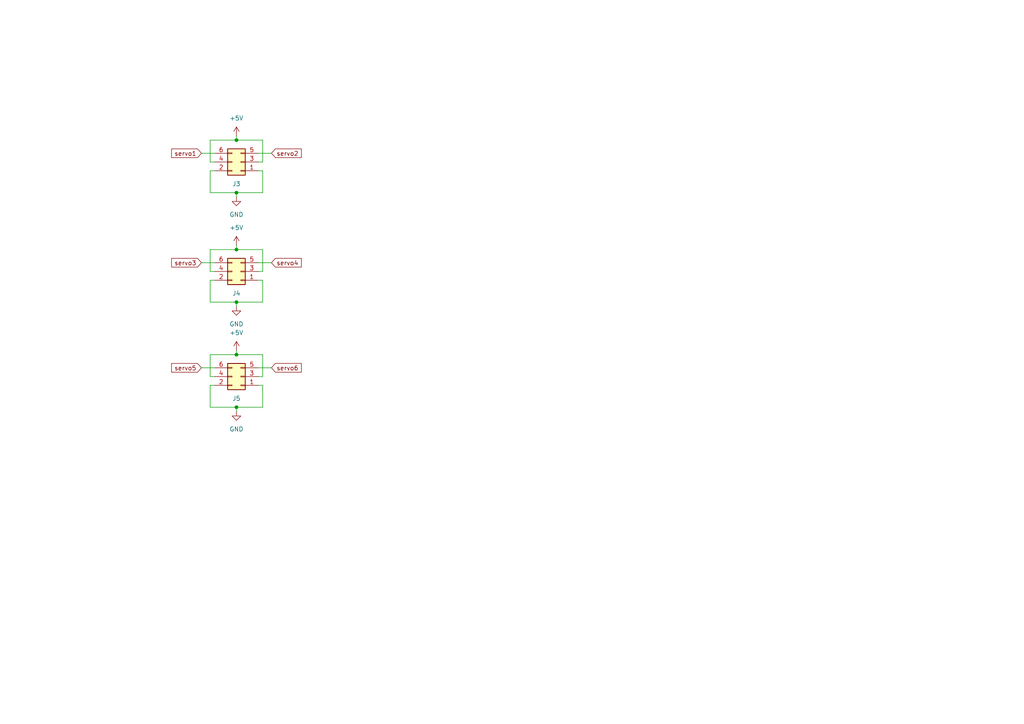
<source format=kicad_sch>
(kicad_sch (version 20211123) (generator eeschema)
  (paper "A4")
  (lib_symbols
    (symbol "Connector_Generic:Conn_02x03_Odd_Even" (pin_names (offset 1.016) hide)
      (property "Reference" "J" (at 1.27 5.08 0))
      (property "Value" "Conn_02x03_Odd_Even" (at 1.27 -5.08 0))
      (symbol "Conn_02x03_Odd_Even_1_1"
        (rectangle (start -1.27 -2.413) (end 0 -2.667) (stroke (width 0.1524)))
        (rectangle (start -1.27 0.127) (end 0 -0.127) (stroke (width 0.1524)))
        (rectangle (start -1.27 2.667) (end 0 2.413) (stroke (width 0.1524)))
        (rectangle (start -1.27 3.81) (end 3.81 -3.81) (stroke (width 0.254)) (fill (type background)))
        (rectangle (start 3.81 -2.413) (end 2.54 -2.667) (stroke (width 0.1524)))
        (rectangle (start 3.81 0.127) (end 2.54 -0.127) (stroke (width 0.1524)))
        (rectangle (start 3.81 2.667) (end 2.54 2.413) (stroke (width 0.1524)))
        (pin passive line (at -5.08 2.54 0) (length 3.81) (name "Pin_1") (number "1"))
        (pin passive line (at 7.62 2.54 180) (length 3.81) (name "Pin_2") (number "2"))
        (pin passive line (at -5.08 0 0) (length 3.81) (name "Pin_3") (number "3"))
        (pin passive line (at 7.62 0 180) (length 3.81) (name "Pin_4") (number "4"))
        (pin passive line (at -5.08 -2.54 0) (length 3.81) (name "Pin_5") (number "5"))
        (pin passive line (at 7.62 -2.54 180) (length 3.81) (name "Pin_6") (number "6"))
      )
    )
    (symbol "power:+5V" (power) (pin_names (offset 0))
      (property "Value" "+5V" (at 0 3.556 0))
      (symbol "+5V_0_1"
        (polyline (pts (xy -0.762 1.27) (xy 0 2.54)))
        (polyline (pts (xy 0 0) (xy 0 2.54)))
        (polyline (pts (xy 0 2.54) (xy 0.762 1.27)))
      )
      (symbol "+5V_1_1"
        (pin power_in line (at 0 0 90) (length 0) hide (name "+5V") (number "1"))
      )
    )
    (symbol "power:GND" (power) (pin_names (offset 0))
      (property "Value" "GND" (at 0 -3.81 0))
      (symbol "GND_0_1"
        (polyline (pts (xy 0 0) (xy 0 -1.27) (xy 1.27 -1.27) (xy 0 -2.54) (xy -1.27 -1.27) (xy 0 -1.27)))
      )
      (symbol "GND_1_1"
        (pin power_in line (at 0 0 270) (length 0) hide (name "GND") (number "1"))
      )
    )
  )
  (junction (at 68.58 55.88))
  (junction (at 68.58 72.39))
  (junction (at 68.58 40.64))
  (junction (at 68.58 102.87))
  (junction (at 68.58 118.11))
  (junction (at 68.58 87.63))
  (wire (pts (xy 68.58 87.63) (xy 60.96 87.63)))
  (wire (pts (xy 76.2 87.63) (xy 68.58 87.63)))
  (wire (pts (xy 76.2 81.28) (xy 76.2 87.63)))
  (wire (pts (xy 76.2 78.74) (xy 74.93 78.74)))
  (wire (pts (xy 68.58 88.9) (xy 68.58 87.63)))
  (wire (pts (xy 60.96 111.76) (xy 62.23 111.76)))
  (wire (pts (xy 78.74 76.2) (xy 74.93 76.2)))
  (wire (pts (xy 74.93 81.28) (xy 76.2 81.28)))
  (wire (pts (xy 58.42 44.45) (xy 62.23 44.45)))
  (wire (pts (xy 60.96 49.53) (xy 62.23 49.53)))
  (wire (pts (xy 76.2 109.22) (xy 74.93 109.22)))
  (wire (pts (xy 68.58 55.88) (xy 60.96 55.88)))
  (wire (pts (xy 62.23 46.99) (xy 60.96 46.99)))
  (wire (pts (xy 68.58 118.11) (xy 60.96 118.11)))
  (wire (pts (xy 76.2 55.88) (xy 68.58 55.88)))
  (wire (pts (xy 60.96 46.99) (xy 60.96 40.64)))
  (wire (pts (xy 68.58 119.38) (xy 68.58 118.11)))
  (wire (pts (xy 60.96 40.64) (xy 68.58 40.64)))
  (wire (pts (xy 76.2 46.99) (xy 74.93 46.99)))
  (wire (pts (xy 60.96 55.88) (xy 60.96 49.53)))
  (wire (pts (xy 60.96 87.63) (xy 60.96 81.28)))
  (wire (pts (xy 60.96 78.74) (xy 60.96 72.39)))
  (wire (pts (xy 76.2 72.39) (xy 76.2 78.74)))
  (wire (pts (xy 76.2 118.11) (xy 68.58 118.11)))
  (wire (pts (xy 60.96 81.28) (xy 62.23 81.28)))
  (wire (pts (xy 58.42 76.2) (xy 62.23 76.2)))
  (wire (pts (xy 76.2 111.76) (xy 76.2 118.11)))
  (wire (pts (xy 68.58 40.64) (xy 68.58 39.37)))
  (wire (pts (xy 68.58 72.39) (xy 68.58 71.12)))
  (wire (pts (xy 76.2 102.87) (xy 76.2 109.22)))
  (wire (pts (xy 74.93 111.76) (xy 76.2 111.76)))
  (wire (pts (xy 68.58 72.39) (xy 76.2 72.39)))
  (wire (pts (xy 60.96 72.39) (xy 68.58 72.39)))
  (wire (pts (xy 62.23 109.22) (xy 60.96 109.22)))
  (wire (pts (xy 68.58 102.87) (xy 68.58 101.6)))
  (wire (pts (xy 78.74 44.45) (xy 74.93 44.45)))
  (wire (pts (xy 62.23 78.74) (xy 60.96 78.74)))
  (wire (pts (xy 68.58 102.87) (xy 76.2 102.87)))
  (wire (pts (xy 60.96 109.22) (xy 60.96 102.87)))
  (wire (pts (xy 68.58 57.15) (xy 68.58 55.88)))
  (wire (pts (xy 76.2 49.53) (xy 76.2 55.88)))
  (wire (pts (xy 76.2 40.64) (xy 76.2 46.99)))
  (wire (pts (xy 60.96 102.87) (xy 68.58 102.87)))
  (wire (pts (xy 58.42 106.68) (xy 62.23 106.68)))
  (wire (pts (xy 68.58 40.64) (xy 76.2 40.64)))
  (wire (pts (xy 78.74 106.68) (xy 74.93 106.68)))
  (wire (pts (xy 74.93 49.53) (xy 76.2 49.53)))
  (wire (pts (xy 60.96 118.11) (xy 60.96 111.76)))
  (global_label "servo6" (shape input) (at 78.74 106.68 0) (property "Intersheet References" "${INTERSHEET_REFS}" (effects hide)))
  (global_label "servo1" (shape input) (at 58.42 44.45 180) (property "Intersheet References" "${INTERSHEET_REFS}" (effects hide)))
  (global_label "servo4" (shape input) (at 78.74 76.2 0) (property "Intersheet References" "${INTERSHEET_REFS}" (effects hide)))
  (global_label "servo2" (shape input) (at 78.74 44.45 0) (property "Intersheet References" "${INTERSHEET_REFS}" (effects hide)))
  (global_label "servo5" (shape input) (at 58.42 106.68 180) (property "Intersheet References" "${INTERSHEET_REFS}" (effects hide)))
  (global_label "servo3" (shape input) (at 58.42 76.2 180) (property "Intersheet References" "${INTERSHEET_REFS}" (effects hide)))
  (symbol (lib_id "power:+5V") (at 68.58 39.37 0) (unit 1)
    (property "Reference" "#PWR015" (effects hide))
    (property "Value" "+5V" (at 68.58 34.29 0))
  )
  (symbol (lib_id "Connector_Generic:Conn_02x03_Odd_Even") (at 69.85 109.22 180) (unit 1)
    (property "Reference" "J5" (at 68.58 115.57 0))
    (property "Value" "Conn_02x03_Odd_Even" (effects hide))
    (property "Footprint" "Connector_PinHeader_2.54mm:PinHeader_2x03_P2.54mm_Vertical_SMD" (effects hide))
  )
  (symbol (lib_id "power:+5V") (at 68.58 71.12 0) (unit 1)
    (property "Reference" "#PWR017" (effects hide))
    (property "Value" "+5V" (at 68.58 66.04 0))
  )
  (symbol (lib_id "Connector_Generic:Conn_02x03_Odd_Even") (at 69.85 46.99 180) (unit 1)
    (property "Reference" "J3" (at 68.58 53.34 0))
    (property "Value" "Conn_02x03_Odd_Even" (effects hide))
    (property "Footprint" "Connector_PinHeader_2.54mm:PinHeader_2x03_P2.54mm_Vertical_SMD" (effects hide))
  )
  (symbol (lib_id "power:GND") (at 68.58 119.38 0) (unit 1)
    (property "Reference" "#PWR020" (effects hide))
    (property "Value" "GND" (at 68.58 124.46 0))
  )
  (symbol (lib_id "Connector_Generic:Conn_02x03_Odd_Even") (at 69.85 78.74 180) (unit 1)
    (property "Reference" "J4" (at 68.58 85.09 0))
    (property "Value" "Conn_02x03_Odd_Even" (effects hide))
    (property "Footprint" "Connector_PinHeader_2.54mm:PinHeader_2x03_P2.54mm_Vertical_SMD" (effects hide))
  )
  (symbol (lib_id "power:GND") (at 68.58 88.9 0) (unit 1)
    (property "Reference" "#PWR018" (effects hide))
    (property "Value" "GND" (at 68.58 93.98 0))
  )
  (symbol (lib_id "power:GND") (at 68.58 57.15 0) (unit 1)
    (property "Reference" "#PWR016" (effects hide))
    (property "Value" "GND" (at 68.58 62.23 0))
  )
  (symbol (lib_id "power:+5V") (at 68.58 101.6 0) (unit 1)
    (property "Reference" "#PWR019" (effects hide))
    (property "Value" "+5V" (at 68.58 96.52 0))
  )
)
</source>
